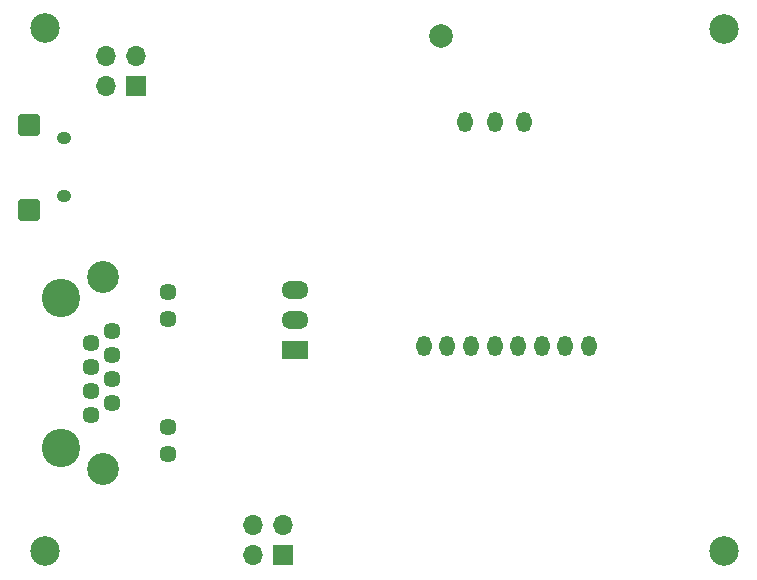
<source format=gbs>
G04 #@! TF.GenerationSoftware,KiCad,Pcbnew,(6.0.8-1)-1*
G04 #@! TF.CreationDate,2022-12-08T10:34:49+01:00*
G04 #@! TF.ProjectId,ithowifi_4l,6974686f-7769-4666-995f-346c2e6b6963,rev?*
G04 #@! TF.SameCoordinates,Original*
G04 #@! TF.FileFunction,Soldermask,Bot*
G04 #@! TF.FilePolarity,Negative*
%FSLAX46Y46*%
G04 Gerber Fmt 4.6, Leading zero omitted, Abs format (unit mm)*
G04 Created by KiCad (PCBNEW (6.0.8-1)-1) date 2022-12-08 10:34:49*
%MOMM*%
%LPD*%
G01*
G04 APERTURE LIST*
G04 Aperture macros list*
%AMRoundRect*
0 Rectangle with rounded corners*
0 $1 Rounding radius*
0 $2 $3 $4 $5 $6 $7 $8 $9 X,Y pos of 4 corners*
0 Add a 4 corners polygon primitive as box body*
4,1,4,$2,$3,$4,$5,$6,$7,$8,$9,$2,$3,0*
0 Add four circle primitives for the rounded corners*
1,1,$1+$1,$2,$3*
1,1,$1+$1,$4,$5*
1,1,$1+$1,$6,$7*
1,1,$1+$1,$8,$9*
0 Add four rect primitives between the rounded corners*
20,1,$1+$1,$2,$3,$4,$5,0*
20,1,$1+$1,$4,$5,$6,$7,0*
20,1,$1+$1,$6,$7,$8,$9,0*
20,1,$1+$1,$8,$9,$2,$3,0*%
G04 Aperture macros list end*
%ADD10R,1.700000X1.700000*%
%ADD11O,1.700000X1.700000*%
%ADD12C,2.500000*%
%ADD13RoundRect,0.273000X-0.677000X0.637000X-0.677000X-0.637000X0.677000X-0.637000X0.677000X0.637000X0*%
%ADD14O,1.250000X1.050000*%
%ADD15R,2.300000X1.500000*%
%ADD16O,2.300000X1.500000*%
%ADD17C,3.250000*%
%ADD18C,1.446000*%
%ADD19C,2.700000*%
%ADD20C,2.000000*%
%ADD21O,1.300000X1.750000*%
G04 APERTURE END LIST*
D10*
X75666600Y-154025600D03*
D11*
X73126600Y-154025600D03*
X75666600Y-151485600D03*
X73126600Y-151485600D03*
D12*
X55482000Y-109381000D03*
D13*
X54178200Y-124768000D03*
D14*
X57078200Y-123593000D03*
D13*
X54178200Y-117568000D03*
D14*
X57078200Y-118743000D03*
D15*
X76654900Y-136686000D03*
D16*
X76654900Y-134146000D03*
X76654900Y-131606000D03*
D12*
X113013000Y-109508000D03*
X113013000Y-153704000D03*
X55482000Y-153704000D03*
D17*
X56832500Y-144956500D03*
X56832500Y-132256500D03*
D18*
X59372500Y-142176500D03*
X61152500Y-141156500D03*
X59372500Y-140136500D03*
X61152500Y-139116500D03*
X59372500Y-138096500D03*
X61152500Y-137076500D03*
X59372500Y-136056500D03*
X61152500Y-135036500D03*
X65962500Y-145466500D03*
X65962500Y-143176500D03*
X65962500Y-134036500D03*
X65962500Y-131746500D03*
D19*
X60392500Y-130476500D03*
X60392500Y-146736500D03*
D10*
X63246000Y-114300000D03*
D11*
X60706000Y-114300000D03*
X63246000Y-111760000D03*
X60706000Y-111760000D03*
D20*
X89052400Y-110032800D03*
D21*
X101570000Y-136347358D03*
X99570000Y-136347358D03*
X97570000Y-136347358D03*
X95570000Y-136347358D03*
X93570000Y-136347358D03*
X91570000Y-136347358D03*
X89570000Y-136347358D03*
X87570000Y-136347358D03*
X91070000Y-117347358D03*
X93570000Y-117347358D03*
X96070000Y-117347358D03*
M02*

</source>
